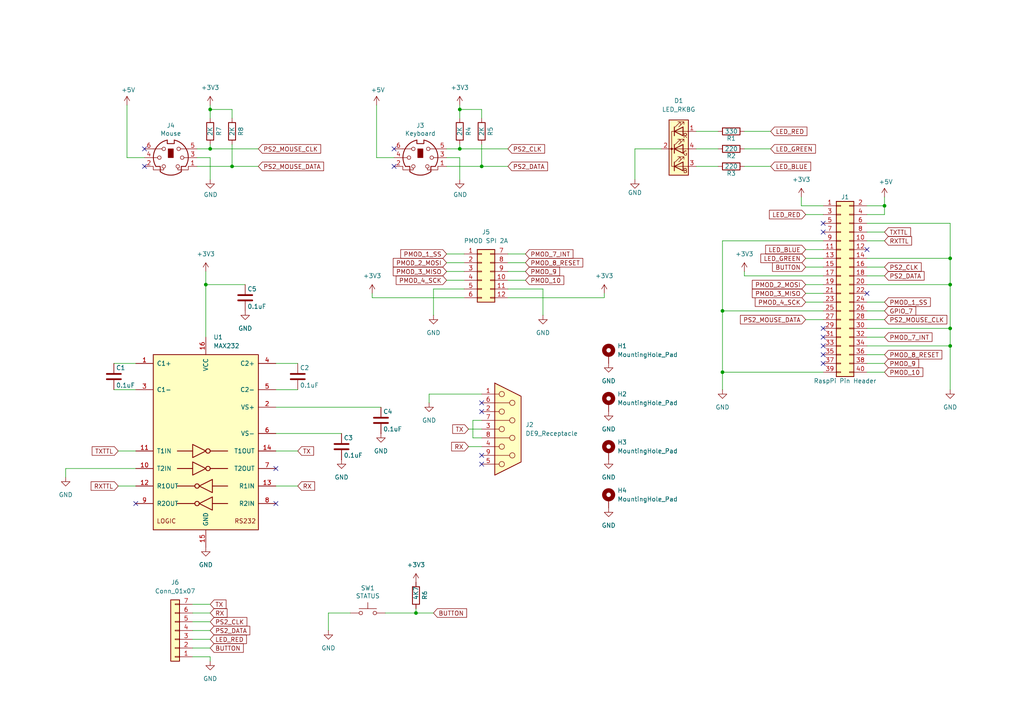
<source format=kicad_sch>
(kicad_sch (version 20250114) (generator "eeschema") (generator_version "9.0")
  (paper "A4")
  (title_block (title "TOS - I/O Board") (date "2025-02-04") (rev "1.1"))
  (lib_symbols
    (symbol "+3V3_3" (power) (pin_names (offset 0))
      (property "Value" "+3V3_3" (at 0 3.556 0))
      (symbol "+3V3_3_0_1"
        (polyline (pts (xy -0.762 1.27) (xy 0 2.54)))
        (polyline (pts (xy 0 2.54) (xy 0.762 1.27)))
        (polyline (pts (xy 0 0) (xy 0 2.54)))
      )
      (symbol "+3V3_3_1_1"
        (pin power_in line (at 0 0 90) (length 0) (hide yes) (name "+3V3") (number "1"))
      )
    )
    (symbol "Connector:DE9_Receptacle" (pin_names (offset 1.016) (hide yes))
      (property "Reference" "J" (at 0 13.97 0))
      (property "Value" "DE9_Receptacle" (at 0 -14.605 0))
      (symbol "DE9_Receptacle_0_1"
        (polyline (pts (xy -3.81 13.335) (xy -3.81 -13.335) (xy 3.81 -9.525) (xy 3.81 9.525) (xy -3.81 13.335)) (stroke (width 0.254)) (fill (type background)))
        (polyline (pts (xy -3.81 10.16) (xy -2.54 10.16)))
        (polyline (pts (xy -3.81 7.62) (xy 0.508 7.62)))
        (polyline (pts (xy -3.81 5.08) (xy -2.54 5.08)))
        (polyline (pts (xy -3.81 2.54) (xy 0.508 2.54)))
        (polyline (pts (xy -3.81 0) (xy -2.54 0)))
        (polyline (pts (xy -3.81 -2.54) (xy 0.508 -2.54)))
        (polyline (pts (xy -3.81 -5.08) (xy -2.54 -5.08)))
        (polyline (pts (xy -3.81 -7.62) (xy 0.508 -7.62)))
        (polyline (pts (xy -3.81 -10.16) (xy -2.54 -10.16)))
        (circle (center -1.778 10.16) (radius 0.762))
        (circle (center -1.778 5.08) (radius 0.762))
        (circle (center -1.778 0) (radius 0.762))
        (circle (center -1.778 -5.08) (radius 0.762))
        (circle (center -1.778 -10.16) (radius 0.762))
        (circle (center 1.27 7.62) (radius 0.762))
        (circle (center 1.27 2.54) (radius 0.762))
        (circle (center 1.27 -2.54) (radius 0.762))
        (circle (center 1.27 -7.62) (radius 0.762))
      )
      (symbol "DE9_Receptacle_1_1"
        (pin passive line (at -7.62 10.16 0) (length 3.81) (name "1") (number "1"))
        (pin passive line (at -7.62 7.62 0) (length 3.81) (name "6") (number "6"))
        (pin passive line (at -7.62 5.08 0) (length 3.81) (name "2") (number "2"))
        (pin passive line (at -7.62 2.54 0) (length 3.81) (name "7") (number "7"))
        (pin passive line (at -7.62 0 0) (length 3.81) (name "3") (number "3"))
        (pin passive line (at -7.62 -2.54 0) (length 3.81) (name "8") (number "8"))
        (pin passive line (at -7.62 -5.08 0) (length 3.81) (name "4") (number "4"))
        (pin passive line (at -7.62 -7.62 0) (length 3.81) (name "9") (number "9"))
        (pin passive line (at -7.62 -10.16 0) (length 3.81) (name "5") (number "5"))
      )
    )
    (symbol "Connector:Mini-DIN-6" (pin_names (offset 1.016))
      (property "Reference" "J" (at 0 6.35 0))
      (property "Value" "Mini-DIN-6" (at 0 -6.35 0))
      (symbol "Mini-DIN-6_0_1"
        (polyline (pts (xy -4.318 -2.54) (xy -3.048 -2.54) (xy -3.048 -4.064)) (stroke (width 0.254)))
        (polyline (pts (xy -3.81 0) (xy -5.08 0)))
        (circle (center -3.302 0) (radius 0.508))
        (polyline (pts (xy -2.54 2.54) (xy -5.08 2.54)))
        (circle (center -2.032 2.54) (radius 0.508))
        (circle (center -2.032 -2.54) (radius 0.508))
        (polyline (pts (xy -2.032 -3.048) (xy -2.032 -3.556) (xy -5.08 -3.556) (xy -5.08 -2.54)))
        (polyline (pts (xy -1.016 5.08) (xy -1.016 4.064) (xy 1.016 4.064) (xy 1.016 5.08)) (stroke (width 0.254)))
        (rectangle (start -0.762 2.54) (end 0.762 0) (fill (type outline)))
        (arc (start 3.048 -4.064) (mid 0 -5.08) (end -3.048 -4.064) (stroke (width 0.254)))
        (arc (start 1.016 5.08) (mid 4.6646 2.1356) (end 4.318 -2.54) (stroke (width 0.254)))
        (arc (start -4.318 -2.54) (mid -4.6241 2.1181) (end -1.016 5.08) (stroke (width 0.254)))
        (circle (center 2.032 -2.54) (radius 0.508))
        (polyline (pts (xy 2.032 -3.048) (xy 2.032 -3.556) (xy 5.08 -3.556) (xy 5.08 -2.54)))
        (circle (center 2.286 2.54) (radius 0.508))
        (polyline (pts (xy 2.794 2.54) (xy 5.08 2.54)))
        (circle (center 3.302 0) (radius 0.508))
        (polyline (pts (xy 4.318 -2.54) (xy 3.048 -2.54) (xy 3.048 -4.064)) (stroke (width 0.254)))
        (polyline (pts (xy 5.08 0) (xy 3.81 0)))
      )
      (symbol "Mini-DIN-6_1_1"
        (pin passive line (at -7.62 2.54 0) (length 2.54) (name "~") (number "6"))
        (pin passive line (at -7.62 0 0) (length 2.54) (name "~") (number "4"))
        (pin passive line (at -7.62 -2.54 0) (length 2.54) (name "~") (number "2"))
        (pin passive line (at 7.62 2.54 180) (length 2.54) (name "~") (number "5"))
        (pin passive line (at 7.62 0 180) (length 2.54) (name "~") (number "3"))
        (pin passive line (at 7.62 -2.54 180) (length 2.54) (name "~") (number "1"))
      )
    )
    (symbol "Connector_Generic:Conn_01x07" (pin_names (offset 1.016) (hide yes))
      (property "Reference" "J" (at 0 10.16 0))
      (property "Value" "Conn_01x07" (at 0 -10.16 0))
      (symbol "Conn_01x07_1_1"
        (rectangle (start -1.27 8.89) (end 1.27 -8.89) (stroke (width 0.254)) (fill (type background)))
        (rectangle (start -1.27 7.747) (end 0 7.493) (stroke (width 0.1524)))
        (rectangle (start -1.27 5.207) (end 0 4.953) (stroke (width 0.1524)))
        (rectangle (start -1.27 2.667) (end 0 2.413) (stroke (width 0.1524)))
        (rectangle (start -1.27 0.127) (end 0 -0.127) (stroke (width 0.1524)))
        (rectangle (start -1.27 -2.413) (end 0 -2.667) (stroke (width 0.1524)))
        (rectangle (start -1.27 -4.953) (end 0 -5.207) (stroke (width 0.1524)))
        (rectangle (start -1.27 -7.493) (end 0 -7.747) (stroke (width 0.1524)))
        (pin passive line (at -5.08 7.62 0) (length 3.81) (name "Pin_1") (number "1"))
        (pin passive line (at -5.08 5.08 0) (length 3.81) (name "Pin_2") (number "2"))
        (pin passive line (at -5.08 2.54 0) (length 3.81) (name "Pin_3") (number "3"))
        (pin passive line (at -5.08 0 0) (length 3.81) (name "Pin_4") (number "4"))
        (pin passive line (at -5.08 -2.54 0) (length 3.81) (name "Pin_5") (number "5"))
        (pin passive line (at -5.08 -5.08 0) (length 3.81) (name "Pin_6") (number "6"))
        (pin passive line (at -5.08 -7.62 0) (length 3.81) (name "Pin_7") (number "7"))
      )
    )
    (symbol "Connector_Generic:Conn_02x06_Top_Bottom" (pin_names (offset 1.016) (hide yes))
      (property "Reference" "J" (at 1.27 7.62 0))
      (property "Value" "Conn_02x06_Top_Bottom" (at 1.27 -10.16 0))
      (symbol "Conn_02x06_Top_Bottom_1_1"
        (rectangle (start -1.27 6.35) (end 3.81 -8.89) (stroke (width 0.254)) (fill (type background)))
        (rectangle (start -1.27 5.207) (end 0 4.953) (stroke (width 0.1524)))
        (rectangle (start -1.27 2.667) (end 0 2.413) (stroke (width 0.1524)))
        (rectangle (start -1.27 0.127) (end 0 -0.127) (stroke (width 0.1524)))
        (rectangle (start -1.27 -2.413) (end 0 -2.667) (stroke (width 0.1524)))
        (rectangle (start -1.27 -4.953) (end 0 -5.207) (stroke (width 0.1524)))
        (rectangle (start -1.27 -7.493) (end 0 -7.747) (stroke (width 0.1524)))
        (rectangle (start 3.81 5.207) (end 2.54 4.953) (stroke (width 0.1524)))
        (rectangle (start 3.81 2.667) (end 2.54 2.413) (stroke (width 0.1524)))
        (rectangle (start 3.81 0.127) (end 2.54 -0.127) (stroke (width 0.1524)))
        (rectangle (start 3.81 -2.413) (end 2.54 -2.667) (stroke (width 0.1524)))
        (rectangle (start 3.81 -4.953) (end 2.54 -5.207) (stroke (width 0.1524)))
        (rectangle (start 3.81 -7.493) (end 2.54 -7.747) (stroke (width 0.1524)))
        (pin passive line (at -5.08 5.08 0) (length 3.81) (name "Pin_1") (number "1"))
        (pin passive line (at -5.08 2.54 0) (length 3.81) (name "Pin_2") (number "2"))
        (pin passive line (at -5.08 0 0) (length 3.81) (name "Pin_3") (number "3"))
        (pin passive line (at -5.08 -2.54 0) (length 3.81) (name "Pin_4") (number "4"))
        (pin passive line (at -5.08 -5.08 0) (length 3.81) (name "Pin_5") (number "5"))
        (pin passive line (at -5.08 -7.62 0) (length 3.81) (name "Pin_6") (number "6"))
        (pin passive line (at 7.62 5.08 180) (length 3.81) (name "Pin_7") (number "7"))
        (pin passive line (at 7.62 2.54 180) (length 3.81) (name "Pin_8") (number "8"))
        (pin passive line (at 7.62 0 180) (length 3.81) (name "Pin_9") (number "9"))
        (pin passive line (at 7.62 -2.54 180) (length 3.81) (name "Pin_10") (number "10"))
        (pin passive line (at 7.62 -5.08 180) (length 3.81) (name "Pin_11") (number "11"))
        (pin passive line (at 7.62 -7.62 180) (length 3.81) (name "Pin_12") (number "12"))
      )
    )
    (symbol "Connector_Generic:Conn_02x20_Odd_Even" (pin_names (offset 1.016) (hide yes))
      (property "Reference" "J" (at 1.27 25.4 0))
      (property "Value" "Conn_02x20_Odd_Even" (at 1.27 -27.94 0))
      (symbol "Conn_02x20_Odd_Even_1_1"
        (rectangle (start -1.27 24.13) (end 3.81 -26.67) (stroke (width 0.254)) (fill (type background)))
        (rectangle (start -1.27 22.987) (end 0 22.733) (stroke (width 0.1524)))
        (rectangle (start -1.27 20.447) (end 0 20.193) (stroke (width 0.1524)))
        (rectangle (start -1.27 17.907) (end 0 17.653) (stroke (width 0.1524)))
        (rectangle (start -1.27 15.367) (end 0 15.113) (stroke (width 0.1524)))
        (rectangle (start -1.27 12.827) (end 0 12.573) (stroke (width 0.1524)))
        (rectangle (start -1.27 10.287) (end 0 10.033) (stroke (width 0.1524)))
        (rectangle (start -1.27 7.747) (end 0 7.493) (stroke (width 0.1524)))
        (rectangle (start -1.27 5.207) (end 0 4.953) (stroke (width 0.1524)))
        (rectangle (start -1.27 2.667) (end 0 2.413) (stroke (width 0.1524)))
        (rectangle (start -1.27 0.127) (end 0 -0.127) (stroke (width 0.1524)))
        (rectangle (start -1.27 -2.413) (end 0 -2.667) (stroke (width 0.1524)))
        (rectangle (start -1.27 -4.953) (end 0 -5.207) (stroke (width 0.1524)))
        (rectangle (start -1.27 -7.493) (end 0 -7.747) (stroke (width 0.1524)))
        (rectangle (start -1.27 -10.033) (end 0 -10.287) (stroke (width 0.1524)))
        (rectangle (start -1.27 -12.573) (end 0 -12.827) (stroke (width 0.1524)))
        (rectangle (start -1.27 -15.113) (end 0 -15.367) (stroke (width 0.1524)))
        (rectangle (start -1.27 -17.653) (end 0 -17.907) (stroke (width 0.1524)))
        (rectangle (start -1.27 -20.193) (end 0 -20.447) (stroke (width 0.1524)))
        (rectangle (start -1.27 -22.733) (end 0 -22.987) (stroke (width 0.1524)))
        (rectangle (start -1.27 -25.273) (end 0 -25.527) (stroke (width 0.1524)))
        (rectangle (start 3.81 22.987) (end 2.54 22.733) (stroke (width 0.1524)))
        (rectangle (start 3.81 20.447) (end 2.54 20.193) (stroke (width 0.1524)))
        (rectangle (start 3.81 17.907) (end 2.54 17.653) (stroke (width 0.1524)))
        (rectangle (start 3.81 15.367) (end 2.54 15.113) (stroke (width 0.1524)))
        (rectangle (start 3.81 12.827) (end 2.54 12.573) (stroke (width 0.1524)))
        (rectangle (start 3.81 10.287) (end 2.54 10.033) (stroke (width 0.1524)))
        (rectangle (start 3.81 7.747) (end 2.54 7.493) (stroke (width 0.1524)))
        (rectangle (start 3.81 5.207) (end 2.54 4.953) (stroke (width 0.1524)))
        (rectangle (start 3.81 2.667) (end 2.54 2.413) (stroke (width 0.1524)))
        (rectangle (start 3.81 0.127) (end 2.54 -0.127) (stroke (width 0.1524)))
        (rectangle (start 3.81 -2.413) (end 2.54 -2.667) (stroke (width 0.1524)))
        (rectangle (start 3.81 -4.953) (end 2.54 -5.207) (stroke (width 0.1524)))
        (rectangle (start 3.81 -7.493) (end 2.54 -7.747) (stroke (width 0.1524)))
        (rectangle (start 3.81 -10.033) (end 2.54 -10.287) (stroke (width 0.1524)))
        (rectangle (start 3.81 -12.573) (end 2.54 -12.827) (stroke (width 0.1524)))
        (rectangle (start 3.81 -15.113) (end 2.54 -15.367) (stroke (width 0.1524)))
        (rectangle (start 3.81 -17.653) (end 2.54 -17.907) (stroke (width 0.1524)))
        (rectangle (start 3.81 -20.193) (end 2.54 -20.447) (stroke (width 0.1524)))
        (rectangle (start 3.81 -22.733) (end 2.54 -22.987) (stroke (width 0.1524)))
        (rectangle (start 3.81 -25.273) (end 2.54 -25.527) (stroke (width 0.1524)))
        (pin passive line (at -5.08 22.86 0) (length 3.81) (name "Pin_1") (number "1"))
        (pin passive line (at -5.08 20.32 0) (length 3.81) (name "Pin_3") (number "3"))
        (pin passive line (at -5.08 17.78 0) (length 3.81) (name "Pin_5") (number "5"))
        (pin passive line (at -5.08 15.24 0) (length 3.81) (name "Pin_7") (number "7"))
        (pin passive line (at -5.08 12.7 0) (length 3.81) (name "Pin_9") (number "9"))
        (pin passive line (at -5.08 10.16 0) (length 3.81) (name "Pin_11") (number "11"))
        (pin passive line (at -5.08 7.62 0) (length 3.81) (name "Pin_13") (number "13"))
        (pin passive line (at -5.08 5.08 0) (length 3.81) (name "Pin_15") (number "15"))
        (pin passive line (at -5.08 2.54 0) (length 3.81) (name "Pin_17") (number "17"))
        (pin passive line (at -5.08 0 0) (length 3.81) (name "Pin_19") (number "19"))
        (pin passive line (at -5.08 -2.54 0) (length 3.81) (name "Pin_21") (number "21"))
        (pin passive line (at -5.08 -5.08 0) (length 3.81) (name "Pin_23") (number "23"))
        (pin passive line (at -5.08 -7.62 0) (length 3.81) (name "Pin_25") (number "25"))
        (pin passive line (at -5.08 -10.16 0) (length 3.81) (name "Pin_27") (number "27"))
        (pin passive line (at -5.08 -12.7 0) (length 3.81) (name "Pin_29") (number "29"))
        (pin passive line (at -5.08 -15.24 0) (length 3.81) (name "Pin_31") (number "31"))
        (pin passive line (at -5.08 -17.78 0) (length 3.81) (name "Pin_33") (number "33"))
        (pin passive line (at -5.08 -20.32 0) (length 3.81) (name "Pin_35") (number "35"))
        (pin passive line (at -5.08 -22.86 0) (length 3.81) (name "Pin_37") (number "37"))
        (pin passive line (at -5.08 -25.4 0) (length 3.81) (name "Pin_39") (number "39"))
        (pin passive line (at 7.62 22.86 180) (length 3.81) (name "Pin_2") (number "2"))
        (pin passive line (at 7.62 20.32 180) (length 3.81) (name "Pin_4") (number "4"))
        (pin passive line (at 7.62 17.78 180) (length 3.81) (name "Pin_6") (number "6"))
        (pin passive line (at 7.62 15.24 180) (length 3.81) (name "Pin_8") (number "8"))
        (pin passive line (at 7.62 12.7 180) (length 3.81) (name "Pin_10") (number "10"))
        (pin passive line (at 7.62 10.16 180) (length 3.81) (name "Pin_12") (number "12"))
        (pin passive line (at 7.62 7.62 180) (length 3.81) (name "Pin_14") (number "14"))
        (pin passive line (at 7.62 5.08 180) (length 3.81) (name "Pin_16") (number "16"))
        (pin passive line (at 7.62 2.54 180) (length 3.81) (name "Pin_18") (number "18"))
        (pin passive line (at 7.62 0 180) (length 3.81) (name "Pin_20") (number "20"))
        (pin passive line (at 7.62 -2.54 180) (length 3.81) (name "Pin_22") (number "22"))
        (pin passive line (at 7.62 -5.08 180) (length 3.81) (name "Pin_24") (number "24"))
        (pin passive line (at 7.62 -7.62 180) (length 3.81) (name "Pin_26") (number "26"))
        (pin passive line (at 7.62 -10.16 180) (length 3.81) (name "Pin_28") (number "28"))
        (pin passive line (at 7.62 -12.7 180) (length 3.81) (name "Pin_30") (number "30"))
        (pin passive line (at 7.62 -15.24 180) (length 3.81) (name "Pin_32") (number "32"))
        (pin passive line (at 7.62 -17.78 180) (length 3.81) (name "Pin_34") (number "34"))
        (pin passive line (at 7.62 -20.32 180) (length 3.81) (name "Pin_36") (number "36"))
        (pin passive line (at 7.62 -22.86 180) (length 3.81) (name "Pin_38") (number "38"))
        (pin passive line (at 7.62 -25.4 180) (length 3.81) (name "Pin_40") (number "40"))
      )
    )
    (symbol "Device:C" (pin_numbers (hide yes)) (pin_names (offset 0.254))
      (property "Reference" "C" (at 0.635 2.54 0))
      (property "Value" "C" (at 0.635 -2.54 0))
      (symbol "C_0_1"
        (polyline (pts (xy -2.032 0.762) (xy 2.032 0.762)) (stroke (width 0.508)))
        (polyline (pts (xy -2.032 -0.762) (xy 2.032 -0.762)) (stroke (width 0.508)))
      )
      (symbol "C_1_1"
        (pin passive line (at 0 3.81 270) (length 2.794) (name "~") (number "1"))
        (pin passive line (at 0 -3.81 90) (length 2.794) (name "~") (number "2"))
      )
    )
    (symbol "Device:LED_RKBG" (pin_names (offset 0) (hide yes))
      (property "Reference" "D" (at 0 9.398 0))
      (property "Value" "LED_RKBG" (at 0 -8.89 0))
      (symbol "LED_RKBG_0_0"
        (text "R" (at 1.905 3.81 0) (effects (font (size 1.27 1.27))))
        (text "G" (at 1.905 -1.27 0) (effects (font (size 1.27 1.27))))
        (text "B" (at 1.905 -6.35 0) (effects (font (size 1.27 1.27))))
      )
      (symbol "LED_RKBG_0_1"
        (circle (center -2.032 0) (radius 0.254) (fill (type outline)))
        (polyline (pts (xy -1.27 6.35) (xy -1.27 3.81)) (stroke (width 0.254)))
        (polyline (pts (xy -1.27 6.35) (xy -1.27 3.81) (xy -1.27 3.81)))
        (polyline (pts (xy -1.27 5.08) (xy 1.27 5.08)))
        (polyline (pts (xy -1.27 5.08) (xy -2.032 5.08) (xy -2.032 -5.08) (xy -1.016 -5.08)))
        (polyline (pts (xy -1.27 1.27) (xy -1.27 -1.27)) (stroke (width 0.254)))
        (polyline (pts (xy -1.27 1.27) (xy -1.27 -1.27) (xy -1.27 -1.27)))
        (polyline (pts (xy -1.27 0) (xy -2.54 0)))
        (polyline (pts (xy -1.27 -3.81) (xy -1.27 -6.35)) (stroke (width 0.254)))
        (polyline (pts (xy -1.27 -5.08) (xy 1.27 -5.08)))
        (polyline (pts (xy -1.016 6.35) (xy 0.508 7.874) (xy -0.254 7.874) (xy 0.508 7.874) (xy 0.508 7.112)))
        (polyline (pts (xy -1.016 1.27) (xy 0.508 2.794) (xy -0.254 2.794) (xy 0.508 2.794) (xy 0.508 2.032)))
        (polyline (pts (xy -1.016 -3.81) (xy 0.508 -2.286) (xy -0.254 -2.286) (xy 0.508 -2.286) (xy 0.508 -3.048)))
        (polyline (pts (xy 0 6.35) (xy 1.524 7.874) (xy 0.762 7.874) (xy 1.524 7.874) (xy 1.524 7.112)))
        (polyline (pts (xy 0 1.27) (xy 1.524 2.794) (xy 0.762 2.794) (xy 1.524 2.794) (xy 1.524 2.032)))
        (polyline (pts (xy 0 -3.81) (xy 1.524 -2.286) (xy 0.762 -2.286) (xy 1.524 -2.286) (xy 1.524 -3.048)))
        (polyline (pts (xy 1.27 6.35) (xy 1.27 3.81) (xy -1.27 5.08) (xy 1.27 6.35)) (stroke (width 0.254)))
        (rectangle (start 1.27 6.35) (end 1.27 6.35))
        (polyline (pts (xy 1.27 5.08) (xy 2.54 5.08)))
        (rectangle (start 1.27 3.81) (end 1.27 6.35))
        (polyline (pts (xy 1.27 1.27) (xy 1.27 -1.27) (xy -1.27 0) (xy 1.27 1.27)) (stroke (width 0.254)))
        (rectangle (start 1.27 1.27) (end 1.27 1.27))
        (polyline (pts (xy 1.27 0) (xy -1.27 0)))
        (polyline (pts (xy 1.27 0) (xy 2.54 0)))
        (rectangle (start 1.27 -1.27) (end 1.27 1.27))
        (polyline (pts (xy 1.27 -3.81) (xy 1.27 -6.35) (xy -1.27 -5.08) (xy 1.27 -3.81)) (stroke (width 0.254)))
        (polyline (pts (xy 1.27 -5.08) (xy 2.54 -5.08)))
        (rectangle (start 2.794 8.382) (end -2.794 -7.62) (stroke (width 0.254)) (fill (type background)))
      )
      (symbol "LED_RKBG_1_1"
        (pin passive line (at -5.08 0 0) (length 2.54) (name "K") (number "2"))
        (pin passive line (at 5.08 5.08 180) (length 2.54) (name "RA") (number "1"))
        (pin passive line (at 5.08 0 180) (length 2.54) (name "GA") (number "4"))
        (pin passive line (at 5.08 -5.08 180) (length 2.54) (name "BA") (number "3"))
      )
    )
    (symbol "Device:R" (pin_numbers (hide yes)) (pin_names (offset 0))
      (property "Reference" "R" (at 2.032 0 90))
      (property "Value" "R" (at 0 0 90))
      (symbol "R_0_1"
        (rectangle (start -1.016 -2.54) (end 1.016 2.54) (stroke (width 0.254)))
      )
      (symbol "R_1_1"
        (pin passive line (at 0 3.81 270) (length 1.27) (name "~") (number "1"))
        (pin passive line (at 0 -3.81 90) (length 1.27) (name "~") (number "2"))
      )
    )
    (symbol "GND_1" (power) (pin_numbers (hide yes)) (pin_names (offset 0) (hide yes))
      (property "Value" "GND" (at 0 -3.81 0))
      (symbol "GND_1_0_1"
        (polyline (pts (xy 0 0) (xy 0 -1.27) (xy 1.27 -1.27) (xy 0 -2.54) (xy -1.27 -1.27) (xy 0 -1.27)))
      )
      (symbol "GND_1_1_1"
        (pin power_in line (at 0 0 270) (length 0) (name "~") (number "1"))
      )
    )
    (symbol "GND_2" (power) (pin_numbers (hide yes)) (pin_names (offset 0) (hide yes))
      (property "Value" "GND" (at 0 -3.81 0))
      (symbol "GND_2_0_1"
        (polyline (pts (xy 0 0) (xy 0 -1.27) (xy 1.27 -1.27) (xy 0 -2.54) (xy -1.27 -1.27) (xy 0 -1.27)))
      )
      (symbol "GND_2_1_1"
        (pin power_in line (at 0 0 270) (length 0) (name "~") (number "1"))
      )
    )
    (symbol "GND_3" (power) (pin_numbers (hide yes)) (pin_names (offset 0) (hide yes))
      (property "Value" "GND" (at 0 -3.81 0))
      (symbol "GND_3_0_1"
        (polyline (pts (xy 0 0) (xy 0 -1.27) (xy 1.27 -1.27) (xy 0 -2.54) (xy -1.27 -1.27) (xy 0 -1.27)))
      )
      (symbol "GND_3_1_1"
        (pin power_in line (at 0 0 270) (length 0) (name "~") (number "1"))
      )
    )
    (symbol "GND_4" (power) (pin_numbers (hide yes)) (pin_names (offset 0) (hide yes))
      (property "Value" "GND" (at 0 -3.81 0))
      (symbol "GND_4_0_1"
        (polyline (pts (xy 0 0) (xy 0 -1.27) (xy 1.27 -1.27) (xy 0 -2.54) (xy -1.27 -1.27) (xy 0 -1.27)))
      )
      (symbol "GND_4_1_1"
        (pin power_in line (at 0 0 270) (length 0) (name "~") (number "1"))
      )
    )
    (symbol "GND_5" (power) (pin_numbers (hide yes)) (pin_names (offset 0) (hide yes))
      (property "Value" "GND" (at 0 -3.81 0))
      (symbol "GND_5_0_1"
        (polyline (pts (xy 0 0) (xy 0 -1.27) (xy 1.27 -1.27) (xy 0 -2.54) (xy -1.27 -1.27) (xy 0 -1.27)))
      )
      (symbol "GND_5_1_1"
        (pin power_in line (at 0 0 270) (length 0) (name "~") (number "1"))
      )
    )
    (symbol "GND_6" (power) (pin_numbers (hide yes)) (pin_names (offset 0) (hide yes))
      (property "Value" "GND" (at 0 -3.81 0))
      (symbol "GND_6_0_1"
        (polyline (pts (xy 0 0) (xy 0 -1.27) (xy 1.27 -1.27) (xy 0 -2.54) (xy -1.27 -1.27) (xy 0 -1.27)))
      )
      (symbol "GND_6_1_1"
        (pin power_in line (at 0 0 270) (length 0) (name "~") (number "1"))
      )
    )
    (symbol "GND_7" (power) (pin_numbers (hide yes)) (pin_names (offset 0) (hide yes))
      (property "Value" "GND" (at 0 -3.81 0))
      (symbol "GND_7_0_1"
        (polyline (pts (xy 0 0) (xy 0 -1.27) (xy 1.27 -1.27) (xy 0 -2.54) (xy -1.27 -1.27) (xy 0 -1.27)))
      )
      (symbol "GND_7_1_1"
        (pin power_in line (at 0 0 270) (length 0) (name "~") (number "1"))
      )
    )
    (symbol "Interface_UART:MAX232" (pin_names (offset 1.016))
      (property "Reference" "U" (at -2.54 28.575 0))
      (property "Value" "MAX232" (at -2.54 26.67 0))
      (symbol "MAX232_0_0"
        (text "LOGIC" (at -11.43 -22.86 0) (effects (font (size 1.27 1.27))))
        (text "RS232" (at 11.43 -22.86 0) (effects (font (size 1.27 1.27))))
      )
      (symbol "MAX232_0_1"
        (rectangle (start -15.24 -25.4) (end 15.24 25.4) (stroke (width 0.254)) (fill (type background)))
        (polyline (pts (xy -3.81 -0.635) (xy -3.81 -4.445) (xy 0 -2.54) (xy -3.81 -0.635)) (stroke (width 0.254)))
        (polyline (pts (xy -3.81 -2.54) (xy -8.255 -2.54)) (stroke (width 0.254)))
        (polyline (pts (xy -3.81 -5.715) (xy -3.81 -9.525) (xy 0 -7.62) (xy -3.81 -5.715)) (stroke (width 0.254)))
        (polyline (pts (xy -3.81 -7.62) (xy -8.255 -7.62)) (stroke (width 0.254)))
        (polyline (pts (xy -3.175 -12.7) (xy -8.255 -12.7)) (stroke (width 0.254)))
        (polyline (pts (xy -3.175 -17.78) (xy -8.255 -17.78)) (stroke (width 0.254)))
        (circle (center -2.54 -12.7) (radius 0.635) (stroke (width 0.254)))
        (circle (center -2.54 -17.78) (radius 0.635) (stroke (width 0.254)))
        (circle (center 0.635 -2.54) (radius 0.635) (stroke (width 0.254)))
        (circle (center 0.635 -7.62) (radius 0.635) (stroke (width 0.254)))
        (polyline (pts (xy 1.27 -2.54) (xy 6.35 -2.54)) (stroke (width 0.254)))
        (polyline (pts (xy 1.27 -7.62) (xy 6.35 -7.62)) (stroke (width 0.254)))
        (polyline (pts (xy 1.905 -10.795) (xy 1.905 -14.605) (xy -1.905 -12.7) (xy 1.905 -10.795)) (stroke (width 0.254)))
        (polyline (pts (xy 1.905 -12.7) (xy 6.35 -12.7)) (stroke (width 0.254)))
        (polyline (pts (xy 1.905 -15.875) (xy 1.905 -19.685) (xy -1.905 -17.78) (xy 1.905 -15.875)) (stroke (width 0.254)))
        (polyline (pts (xy 1.905 -17.78) (xy 6.35 -17.78)) (stroke (width 0.254)))
      )
      (symbol "MAX232_1_1"
        (pin passive line (at -20.32 22.86 0) (length 5.08) (name "C1+") (number "1"))
        (pin passive line (at -20.32 15.24 0) (length 5.08) (name "C1-") (number "3"))
        (pin input line (at -20.32 -2.54 0) (length 5.08) (name "T1IN") (number "11"))
        (pin input line (at -20.32 -7.62 0) (length 5.08) (name "T2IN") (number "10"))
        (pin output line (at -20.32 -12.7 0) (length 5.08) (name "R1OUT") (number "12"))
        (pin output line (at -20.32 -17.78 0) (length 5.08) (name "R2OUT") (number "9"))
        (pin power_in line (at 0 30.48 270) (length 5.08) (name "VCC") (number "16"))
        (pin power_in line (at 0 -30.48 90) (length 5.08) (name "GND") (number "15"))
        (pin passive line (at 20.32 22.86 180) (length 5.08) (name "C2+") (number "4"))
        (pin passive line (at 20.32 15.24 180) (length 5.08) (name "C2-") (number "5"))
        (pin power_out line (at 20.32 10.16 180) (length 5.08) (name "VS+") (number "2"))
        (pin power_out line (at 20.32 2.54 180) (length 5.08) (name "VS-") (number "6"))
        (pin output line (at 20.32 -2.54 180) (length 5.08) (name "T1OUT") (number "14"))
        (pin output line (at 20.32 -7.62 180) (length 5.08) (name "T2OUT") (number "7"))
        (pin input line (at 20.32 -12.7 180) (length 5.08) (name "R1IN") (number "13"))
        (pin input line (at 20.32 -17.78 180) (length 5.08) (name "R2IN") (number "8"))
      )
    )
    (symbol "Mechanical:MountingHole_Pad" (pin_numbers (hide yes)) (pin_names (offset 1.016) (hide yes))
      (property "Reference" "H" (at 0 6.35 0))
      (property "Value" "MountingHole_Pad" (at 0 4.445 0))
      (symbol "MountingHole_Pad_0_1"
        (circle (center 0 1.27) (radius 1.27) (stroke (width 1.27)))
      )
      (symbol "MountingHole_Pad_1_1"
        (pin input line (at 0 -2.54 90) (length 2.54) (name "1") (number "1"))
      )
    )
    (symbol "Switch:SW_Push" (pin_numbers (hide yes)) (pin_names (offset 1.016) (hide yes))
      (property "Reference" "SW" (at 1.27 2.54 0))
      (property "Value" "SW_Push" (at 0 -1.524 0))
      (symbol "SW_Push_0_1"
        (circle (center -2.032 0) (radius 0.508))
        (polyline (pts (xy 0 1.27) (xy 0 3.048)))
        (circle (center 2.032 0) (radius 0.508))
        (polyline (pts (xy 2.54 1.27) (xy -2.54 1.27)))
        (pin passive line (at -5.08 0 0) (length 2.54) (name "1") (number "1"))
        (pin passive line (at 5.08 0 180) (length 2.54) (name "2") (number "2"))
      )
    )
    (symbol "power:+3V3" (power) (pin_numbers (hide yes)) (pin_names (offset 0) (hide yes))
      (property "Value" "+3V3" (at 0 3.556 0))
      (symbol "+3V3_0_1"
        (polyline (pts (xy -0.762 1.27) (xy 0 2.54)))
        (polyline (pts (xy 0 2.54) (xy 0.762 1.27)))
        (polyline (pts (xy 0 0) (xy 0 2.54)))
      )
      (symbol "+3V3_1_1"
        (pin power_in line (at 0 0 90) (length 0) (name "~") (number "1"))
      )
    )
    (symbol "power:+5V" (power) (pin_names (offset 0))
      (property "Value" "+5V" (at 0 3.556 0))
      (symbol "+5V_0_1"
        (polyline (pts (xy -0.762 1.27) (xy 0 2.54)))
        (polyline (pts (xy 0 2.54) (xy 0.762 1.27)))
        (polyline (pts (xy 0 0) (xy 0 2.54)))
      )
      (symbol "+5V_1_1"
        (pin power_in line (at 0 0 90) (length 0) (hide yes) (name "+5V") (number "1"))
      )
    )
    (symbol "power:GND" (power) (pin_names (offset 0))
      (property "Value" "GND" (at 0 -3.81 0))
      (symbol "GND_0_1"
        (polyline (pts (xy 0 0) (xy 0 -1.27) (xy 1.27 -1.27) (xy 0 -2.54) (xy -1.27 -1.27) (xy 0 -1.27)))
      )
      (symbol "GND_1_1"
        (pin power_in line (at 0 0 270) (length 0) (hide yes) (name "GND") (number "1"))
      )
    )
  )
  (junction (at 209.55 90.17))
  (junction (at 133.35 43.18))
  (junction (at 133.35 31.75))
  (junction (at 67.31 48.26))
  (junction (at 209.55 107.95))
  (junction (at 275.59 100.33))
  (junction (at 139.7 48.26))
  (junction (at 120.65 177.8))
  (junction (at 60.96 31.75))
  (junction (at 275.59 74.93))
  (junction (at 59.69 82.55))
  (junction (at 60.96 43.18))
  (junction (at 275.59 82.55))
  (junction (at 275.59 95.25))
  (junction (at 256.54 59.69))
  (no_connect (at 238.76 64.77))
  (no_connect (at 238.76 102.87))
  (no_connect (at 41.91 48.26))
  (no_connect (at 39.37 146.05))
  (no_connect (at 238.76 95.25))
  (no_connect (at 41.91 43.18))
  (no_connect (at 238.76 105.41))
  (no_connect (at 139.7 116.84))
  (no_connect (at 80.01 135.89))
  (no_connect (at 114.3 43.18))
  (no_connect (at 139.7 119.38))
  (no_connect (at 139.7 134.62))
  (no_connect (at 251.46 72.39))
  (no_connect (at 238.76 67.31))
  (no_connect (at 80.01 146.05))
  (no_connect (at 238.76 100.33))
  (no_connect (at 238.76 97.79))
  (no_connect (at 251.46 85.09))
  (no_connect (at 114.3 48.26))
  (no_connect (at 139.7 132.08))
  (wire (pts (xy 36.83 30.48) (xy 36.83 45.72)))
  (wire (pts (xy 251.46 69.85) (xy 256.54 69.85)))
  (wire (pts (xy 251.46 87.63) (xy 256.54 87.63)))
  (wire (pts (xy 109.22 45.72) (xy 114.3 45.72)))
  (wire (pts (xy 59.69 82.55) (xy 59.69 97.79)))
  (wire (pts (xy 57.15 43.18) (xy 60.96 43.18)))
  (wire (pts (xy 55.88 185.42) (xy 60.96 185.42)))
  (wire (pts (xy 135.89 124.46) (xy 139.7 124.46)))
  (wire (pts (xy 129.54 45.72) (xy 133.35 45.72)))
  (wire (pts (xy 120.65 177.8) (xy 125.73 177.8)))
  (wire (pts (xy 139.7 114.3) (xy 124.46 114.3)))
  (wire (pts (xy 109.22 30.48) (xy 109.22 45.72)))
  (wire (pts (xy 107.95 86.36) (xy 107.95 85.09)))
  (wire (pts (xy 134.62 83.82) (xy 125.73 83.82)))
  (wire (pts (xy 147.32 78.74) (xy 152.4 78.74)))
  (wire (pts (xy 147.32 86.36) (xy 175.26 86.36)))
  (wire (pts (xy 157.48 83.82) (xy 157.48 91.44)))
  (wire (pts (xy 147.32 76.2) (xy 152.4 76.2)))
  (wire (pts (xy 60.96 43.18) (xy 60.96 41.91)))
  (wire (pts (xy 39.37 135.89) (xy 19.05 135.89)))
  (wire (pts (xy 80.01 125.73) (xy 99.06 125.73)))
  (wire (pts (xy 55.88 175.26) (xy 60.96 175.26)))
  (wire (pts (xy 251.46 82.55) (xy 275.59 82.55)))
  (wire (pts (xy 147.32 83.82) (xy 157.48 83.82)))
  (wire (pts (xy 55.88 182.88) (xy 60.96 182.88)))
  (wire (pts (xy 129.54 43.18) (xy 133.35 43.18)))
  (wire (pts (xy 60.96 31.75) (xy 60.96 34.29)))
  (wire (pts (xy 33.02 113.03) (xy 39.37 113.03)))
  (wire (pts (xy 233.68 74.93) (xy 238.76 74.93)))
  (wire (pts (xy 184.15 43.18) (xy 191.77 43.18)))
  (wire (pts (xy 60.96 45.72) (xy 60.96 52.07)))
  (wire (pts (xy 101.6 177.8) (xy 95.25 177.8)))
  (wire (pts (xy 19.05 135.89) (xy 19.05 138.43)))
  (wire (pts (xy 215.9 80.01) (xy 215.9 78.74)))
  (wire (pts (xy 251.46 67.31) (xy 256.54 67.31)))
  (wire (pts (xy 33.02 105.41) (xy 39.37 105.41)))
  (wire (pts (xy 133.35 43.18) (xy 133.35 41.91)))
  (wire (pts (xy 238.76 80.01) (xy 215.9 80.01)))
  (wire (pts (xy 55.88 187.96) (xy 60.96 187.96)))
  (wire (pts (xy 139.7 48.26) (xy 139.7 41.91)))
  (wire (pts (xy 129.54 81.28) (xy 134.62 81.28)))
  (wire (pts (xy 215.9 38.1) (xy 223.52 38.1)))
  (wire (pts (xy 129.54 76.2) (xy 134.62 76.2)))
  (wire (pts (xy 67.31 48.26) (xy 74.93 48.26)))
  (wire (pts (xy 133.35 30.48) (xy 133.35 31.75)))
  (wire (pts (xy 233.68 82.55) (xy 238.76 82.55)))
  (wire (pts (xy 251.46 90.17) (xy 256.54 90.17)))
  (wire (pts (xy 251.46 62.23) (xy 256.54 62.23)))
  (wire (pts (xy 251.46 64.77) (xy 275.59 64.77)))
  (wire (pts (xy 137.16 121.92) (xy 137.16 127)))
  (wire (pts (xy 59.69 78.74) (xy 59.69 82.55)))
  (wire (pts (xy 251.46 74.93) (xy 275.59 74.93)))
  (wire (pts (xy 209.55 69.85) (xy 209.55 90.17)))
  (wire (pts (xy 80.01 130.81) (xy 86.36 130.81)))
  (wire (pts (xy 34.29 140.97) (xy 39.37 140.97)))
  (wire (pts (xy 209.55 90.17) (xy 209.55 107.95)))
  (wire (pts (xy 34.29 130.81) (xy 39.37 130.81)))
  (wire (pts (xy 275.59 64.77) (xy 275.59 74.93)))
  (wire (pts (xy 55.88 177.8) (xy 60.96 177.8)))
  (wire (pts (xy 95.25 177.8) (xy 95.25 182.88)))
  (wire (pts (xy 233.68 72.39) (xy 238.76 72.39)))
  (wire (pts (xy 251.46 97.79) (xy 256.54 97.79)))
  (wire (pts (xy 251.46 80.01) (xy 256.54 80.01)))
  (wire (pts (xy 67.31 48.26) (xy 67.31 41.91)))
  (wire (pts (xy 201.93 43.18) (xy 208.28 43.18)))
  (wire (pts (xy 60.96 190.5) (xy 60.96 191.77)))
  (wire (pts (xy 107.95 86.36) (xy 134.62 86.36)))
  (wire (pts (xy 139.7 48.26) (xy 147.32 48.26)))
  (wire (pts (xy 59.69 82.55) (xy 71.12 82.55)))
  (wire (pts (xy 80.01 113.03) (xy 86.36 113.03)))
  (wire (pts (xy 129.54 78.74) (xy 134.62 78.74)))
  (wire (pts (xy 80.01 105.41) (xy 86.36 105.41)))
  (wire (pts (xy 129.54 48.26) (xy 139.7 48.26)))
  (wire (pts (xy 201.93 48.26) (xy 208.28 48.26)))
  (wire (pts (xy 201.93 38.1) (xy 208.28 38.1)))
  (wire (pts (xy 209.55 107.95) (xy 209.55 113.03)))
  (wire (pts (xy 67.31 31.75) (xy 60.96 31.75)))
  (wire (pts (xy 238.76 107.95) (xy 209.55 107.95)))
  (wire (pts (xy 275.59 95.25) (xy 275.59 100.33)))
  (wire (pts (xy 133.35 31.75) (xy 133.35 34.29)))
  (wire (pts (xy 139.7 121.92) (xy 137.16 121.92)))
  (wire (pts (xy 233.68 92.71) (xy 238.76 92.71)))
  (wire (pts (xy 80.01 140.97) (xy 86.36 140.97)))
  (wire (pts (xy 57.15 45.72) (xy 60.96 45.72)))
  (wire (pts (xy 55.88 190.5) (xy 60.96 190.5)))
  (wire (pts (xy 147.32 43.18) (xy 133.35 43.18)))
  (wire (pts (xy 233.68 62.23) (xy 238.76 62.23)))
  (wire (pts (xy 238.76 90.17) (xy 209.55 90.17)))
  (wire (pts (xy 139.7 34.29) (xy 139.7 31.75)))
  (wire (pts (xy 55.88 180.34) (xy 60.96 180.34)))
  (wire (pts (xy 215.9 43.18) (xy 223.52 43.18)))
  (wire (pts (xy 184.15 52.07) (xy 184.15 43.18)))
  (wire (pts (xy 251.46 92.71) (xy 256.54 92.71)))
  (wire (pts (xy 67.31 34.29) (xy 67.31 31.75)))
  (wire (pts (xy 233.68 85.09) (xy 238.76 85.09)))
  (wire (pts (xy 120.65 176.53) (xy 120.65 177.8)))
  (wire (pts (xy 36.83 45.72) (xy 41.91 45.72)))
  (wire (pts (xy 60.96 30.48) (xy 60.96 31.75)))
  (wire (pts (xy 275.59 82.55) (xy 275.59 95.25)))
  (wire (pts (xy 238.76 59.69) (xy 232.41 59.69)))
  (wire (pts (xy 57.15 48.26) (xy 67.31 48.26)))
  (wire (pts (xy 175.26 86.36) (xy 175.26 85.09)))
  (wire (pts (xy 147.32 81.28) (xy 152.4 81.28)))
  (wire (pts (xy 256.54 62.23) (xy 256.54 59.69)))
  (wire (pts (xy 232.41 59.69) (xy 232.41 57.15)))
  (wire (pts (xy 147.32 73.66) (xy 152.4 73.66)))
  (wire (pts (xy 251.46 100.33) (xy 275.59 100.33)))
  (wire (pts (xy 233.68 77.47) (xy 238.76 77.47)))
  (wire (pts (xy 137.16 127) (xy 139.7 127)))
  (wire (pts (xy 251.46 102.87) (xy 256.54 102.87)))
  (wire (pts (xy 124.46 114.3) (xy 124.46 116.84)))
  (wire (pts (xy 133.35 45.72) (xy 133.35 52.07)))
  (wire (pts (xy 251.46 105.41) (xy 256.54 105.41)))
  (wire (pts (xy 251.46 77.47) (xy 256.54 77.47)))
  (wire (pts (xy 125.73 83.82) (xy 125.73 91.44)))
  (wire (pts (xy 251.46 59.69) (xy 256.54 59.69)))
  (wire (pts (xy 233.68 87.63) (xy 238.76 87.63)))
  (wire (pts (xy 275.59 100.33) (xy 275.59 113.03)))
  (wire (pts (xy 251.46 107.95) (xy 256.54 107.95)))
  (wire (pts (xy 135.89 129.54) (xy 139.7 129.54)))
  (wire (pts (xy 275.59 74.93) (xy 275.59 82.55)))
  (wire (pts (xy 74.93 43.18) (xy 60.96 43.18)))
  (wire (pts (xy 111.76 177.8) (xy 120.65 177.8)))
  (wire (pts (xy 215.9 48.26) (xy 223.52 48.26)))
  (wire (pts (xy 129.54 73.66) (xy 134.62 73.66)))
  (wire (pts (xy 80.01 118.11) (xy 110.49 118.11)))
  (wire (pts (xy 251.46 95.25) (xy 275.59 95.25)))
  (wire (pts (xy 139.7 31.75) (xy 133.35 31.75)))
  (wire (pts (xy 238.76 69.85) (xy 209.55 69.85)))
  (wire (pts (xy 256.54 59.69) (xy 256.54 57.15)))
  (global_label "PMOD_3_MISO" (shape input) (at 129.54 78.74 180) (property "Intersheetrefs" "${INTERSHEET_REFS}" (effects (hide yes))))
  (global_label "TX" (shape input) (at 86.36 130.81 0) (property "Intersheetrefs" "${INTERSHEET_REFS}" (effects (hide yes))))
  (global_label "LED_RED" (shape input) (at 223.52 38.1 0) (property "Intersheetrefs" "${INTERSHEET_REFS}" (effects (hide yes))))
  (global_label "PS2_DATA" (shape input) (at 60.96 182.88 0) (property "Intersheetrefs" "${INTERSHEET_REFS}" (effects (hide yes))))
  (global_label "PMOD_9" (shape input) (at 256.54 105.41 0) (property "Intersheetrefs" "${INTERSHEET_REFS}" (effects (hide yes))))
  (global_label "PMOD_4_SCK" (shape input) (at 129.54 81.28 180) (property "Intersheetrefs" "${INTERSHEET_REFS}" (effects (hide yes))))
  (global_label "PS2_CLK" (shape input) (at 256.54 77.47 0) (property "Intersheetrefs" "${INTERSHEET_REFS}" (effects (hide yes))))
  (global_label "RXTTL" (shape input) (at 34.29 140.97 180) (property "Intersheetrefs" "${INTERSHEET_REFS}" (effects (hide yes))))
  (global_label "PS2_MOUSE_DATA" (shape input) (at 233.68 92.71 180) (property "Intersheetrefs" "${INTERSHEET_REFS}" (effects (hide yes))))
  (global_label "RX" (shape input) (at 60.96 177.8 0) (property "Intersheetrefs" "${INTERSHEET_REFS}" (effects (hide yes))))
  (global_label "LED_RED" (shape input) (at 60.96 185.42 0) (property "Intersheetrefs" "${INTERSHEET_REFS}" (effects (hide yes))))
  (global_label "TX" (shape input) (at 60.96 175.26 0) (property "Intersheetrefs" "${INTERSHEET_REFS}" (effects (hide yes))))
  (global_label "PS2_MOUSE_CLK" (shape input) (at 256.54 92.71 0) (property "Intersheetrefs" "${INTERSHEET_REFS}" (effects (hide yes))))
  (global_label "RXTTL" (shape input) (at 256.54 69.85 0) (property "Intersheetrefs" "${INTERSHEET_REFS}" (effects (hide yes))))
  (global_label "LED_GREEN" (shape input) (at 223.52 43.18 0) (property "Intersheetrefs" "${INTERSHEET_REFS}" (effects (hide yes))))
  (global_label "PMOD_2_MOSI" (shape input) (at 233.68 82.55 180) (property "Intersheetrefs" "${INTERSHEET_REFS}" (effects (hide yes))))
  (global_label "PS2_CLK" (shape input) (at 60.96 180.34 0) (property "Intersheetrefs" "${INTERSHEET_REFS}" (effects (hide yes))))
  (global_label "TX" (shape input) (at 135.89 124.46 180) (property "Intersheetrefs" "${INTERSHEET_REFS}" (effects (hide yes))))
  (global_label "PMOD_7_INT" (shape input) (at 152.4 73.66 0) (property "Intersheetrefs" "${INTERSHEET_REFS}" (effects (hide yes))))
  (global_label "RX" (shape input) (at 135.89 129.54 180) (property "Intersheetrefs" "${INTERSHEET_REFS}" (effects (hide yes))))
  (global_label "PS2_CLK" (shape input) (at 147.32 43.18 0) (property "Intersheetrefs" "${INTERSHEET_REFS}" (effects (hide yes))))
  (global_label "PS2_DATA" (shape input) (at 256.54 80.01 0) (property "Intersheetrefs" "${INTERSHEET_REFS}" (effects (hide yes))))
  (global_label "PMOD_2_MOSI" (shape input) (at 129.54 76.2 180) (property "Intersheetrefs" "${INTERSHEET_REFS}" (effects (hide yes))))
  (global_label "BUTTON" (shape input) (at 233.68 77.47 180) (property "Intersheetrefs" "${INTERSHEET_REFS}" (effects (hide yes))))
  (global_label "LED_GREEN" (shape input) (at 233.68 74.93 180) (property "Intersheetrefs" "${INTERSHEET_REFS}" (effects (hide yes))))
  (global_label "PMOD_10" (shape input) (at 152.4 81.28 0) (property "Intersheetrefs" "${INTERSHEET_REFS}" (effects (hide yes))))
  (global_label "PMOD_9" (shape input) (at 152.4 78.74 0) (property "Intersheetrefs" "${INTERSHEET_REFS}" (effects (hide yes))))
  (global_label "LED_BLUE" (shape input) (at 233.68 72.39 180) (property "Intersheetrefs" "${INTERSHEET_REFS}" (effects (hide yes))))
  (global_label "PS2_MOUSE_DATA" (shape input) (at 74.93 48.26 0) (property "Intersheetrefs" "${INTERSHEET_REFS}" (effects (hide yes))))
  (global_label "PMOD_8_RESET" (shape input) (at 152.4 76.2 0) (property "Intersheetrefs" "${INTERSHEET_REFS}" (effects (hide yes))))
  (global_label "PMOD_7_INT" (shape input) (at 256.54 97.79 0) (property "Intersheetrefs" "${INTERSHEET_REFS}" (effects (hide yes))))
  (global_label "TXTTL" (shape input) (at 256.54 67.31 0) (property "Intersheetrefs" "${INTERSHEET_REFS}" (effects (hide yes))))
  (global_label "PS2_DATA" (shape input) (at 147.32 48.26 0) (property "Intersheetrefs" "${INTERSHEET_REFS}" (effects (hide yes))))
  (global_label "PMOD_8_RESET" (shape input) (at 256.54 102.87 0) (property "Intersheetrefs" "${INTERSHEET_REFS}" (effects (hide yes))))
  (global_label "PS2_MOUSE_CLK" (shape input) (at 74.93 43.18 0) (property "Intersheetrefs" "${INTERSHEET_REFS}" (effects (hide yes))))
  (global_label "PMOD_1_SS" (shape input) (at 256.54 87.63 0) (property "Intersheetrefs" "${INTERSHEET_REFS}" (effects (hide yes))))
  (global_label "LED_BLUE" (shape input) (at 223.52 48.26 0) (property "Intersheetrefs" "${INTERSHEET_REFS}" (effects (hide yes))))
  (global_label "BUTTON" (shape input) (at 60.96 187.96 0) (property "Intersheetrefs" "${INTERSHEET_REFS}" (effects (hide yes))))
  (global_label "PMOD_3_MISO" (shape input) (at 233.68 85.09 180) (property "Intersheetrefs" "${INTERSHEET_REFS}" (effects (hide yes))))
  (global_label "LED_RED" (shape input) (at 233.68 62.23 180) (property "Intersheetrefs" "${INTERSHEET_REFS}" (effects (hide yes))))
  (global_label "GPIO_7" (shape input) (at 256.54 90.17 0) (property "Intersheetrefs" "${INTERSHEET_REFS}" (effects (hide yes))))
  (global_label "RX" (shape input) (at 86.36 140.97 0) (property "Intersheetrefs" "${INTERSHEET_REFS}" (effects (hide yes))))
  (global_label "BUTTON" (shape input) (at 125.73 177.8 0) (property "Intersheetrefs" "${INTERSHEET_REFS}" (effects (hide yes))))
  (global_label "TXTTL" (shape input) (at 34.29 130.81 180) (property "Intersheetrefs" "${INTERSHEET_REFS}" (effects (hide yes))))
  (global_label "PMOD_1_SS" (shape input) (at 129.54 73.66 180) (property "Intersheetrefs" "${INTERSHEET_REFS}" (effects (hide yes))))
  (global_label "PMOD_4_SCK" (shape input) (at 233.68 87.63 180) (property "Intersheetrefs" "${INTERSHEET_REFS}" (effects (hide yes))))
  (global_label "PMOD_10" (shape input) (at 256.54 107.95 0) (property "Intersheetrefs" "${INTERSHEET_REFS}" (effects (hide yes))))
  (symbol (lib_id "power:GND") (at 184.15 52.07 0) (unit 1)
    (property "Reference" "#PWR01" (effects (hide yes)))
    (property "Value" "GND" (at 184.15 55.88 0))
  )
  (symbol (lib_id "power:GND") (at 176.53 147.32 0) (unit 1)
    (property "Reference" "#PWR028" (effects (hide yes)))
    (property "Value" "GND" (at 176.53 152.4 0))
  )
  (symbol (lib_name "GND_5") (lib_id "power:GND") (at 124.46 116.84 0) (unit 1)
    (property "Reference" "#PWR016" (effects (hide yes)))
    (property "Value" "GND" (at 124.46 121.92 0))
    (property "Description" "Power symbol creates a global label with name \"GND\" , ground" (effects (hide yes)))
  )
  (symbol (lib_id "Interface_UART:MAX232") (at 59.69 128.27 0) (unit 1)
    (property "Reference" "U1" (at 61.8841 97.79 0) (effects (justify left)))
    (property "Value" "MAX232" (at 61.8841 100.33 0) (effects (justify left)))
    (property "Footprint" "Package_SO:TSSOP-16_4.4x5mm_P0.65mm" (effects (hide yes)))
    (property "Datasheet" "http://www.ti.com/lit/ds/symlink/max232.pdf" (effects (hide yes)))
    (property "Description" "Dual RS232 driver/receiver, 5V supply, 120kb/s, 0C-70C" (effects (hide yes)))
    (property "LCSC" "C406863" (effects (hide yes)))
  )
  (symbol (lib_id "Device:R") (at 133.35 38.1 180) (unit 1)
    (property "Reference" "R4" (at 135.89 38.1 90))
    (property "Value" "2K" (at 133.35 38.1 90))
    (property "Footprint" "Resistor_SMD:R_0805_2012Metric_Pad1.20x1.40mm_HandSolder" (effects (hide yes)))
  )
  (symbol (lib_id "Device:LED_RKBG") (at 196.85 43.18 0) (unit 1)
    (property "Reference" "D1" (at 196.85 29.21 0))
    (property "Value" "LED_RKBG" (at 196.85 31.75 0))
    (property "Footprint" "LED_THT:LED_D5.0mm-4_RGB" (effects (hide yes)))
  )
  (symbol (lib_id "power:+3V3") (at 215.9 78.74 0) (unit 1)
    (property "Reference" "#PWR012" (effects (hide yes)))
    (property "Value" "+3V3" (at 215.9 73.66 0))
    (property "Description" "Power symbol creates a global label with name \"+3V3\"" (effects (hide yes)))
  )
  (symbol (lib_name "GND_1") (lib_id "power:GND") (at 275.59 113.03 0) (unit 1)
    (property "Reference" "#PWR08" (effects (hide yes)))
    (property "Value" "GND" (at 275.59 118.11 0))
    (property "Description" "Power symbol creates a global label with name \"GND\" , ground" (effects (hide yes)))
  )
  (symbol (lib_name "GND_6") (lib_id "power:GND") (at 99.06 133.35 0) (unit 1)
    (property "Reference" "#PWR017" (effects (hide yes)))
    (property "Value" "GND" (at 99.06 138.43 0))
    (property "Description" "Power symbol creates a global label with name \"GND\" , ground" (effects (hide yes)))
  )
  (symbol (lib_id "power:+5V") (at 36.83 30.48 0) (unit 1)
    (property "Reference" "#PWR07" (effects (hide yes)))
    (property "Value" "+5V" (at 37.211 26.0858 0))
  )
  (symbol (lib_id "power:+5V") (at 109.22 30.48 0) (unit 1)
    (property "Reference" "#PWR02" (effects (hide yes)))
    (property "Value" "+5V" (at 109.601 26.0858 0))
  )
  (symbol (lib_name "GND_2") (lib_id "power:GND") (at 157.48 91.44 0) (unit 1)
    (property "Reference" "#PWR023" (effects (hide yes)))
    (property "Value" "GND" (at 157.48 96.52 0))
  )
  (symbol (lib_id "Device:R") (at 139.7 38.1 180) (unit 1)
    (property "Reference" "R5" (at 142.24 38.1 90))
    (property "Value" "2K" (at 139.7 38.1 90))
    (property "Footprint" "Resistor_SMD:R_0805_2012Metric_Pad1.20x1.40mm_HandSolder" (effects (hide yes)))
  )
  (symbol (lib_id "Mechanical:MountingHole_Pad") (at 176.53 144.78 0) (unit 1)
    (property "Reference" "H4" (at 179.07 142.2399 0) (effects (justify left)))
    (property "Value" "MountingHole_Pad" (at 179.07 144.7799 0) (effects (justify left)))
    (property "Footprint" "MountingHole:MountingHole_3mm_Pad_Via" (effects (hide yes)))
  )
  (symbol (lib_name "GND_3") (lib_id "power:GND") (at 59.69 158.75 0) (unit 1)
    (property "Reference" "#PWR014" (effects (hide yes)))
    (property "Value" "GND" (at 59.69 163.83 0))
    (property "Description" "Power symbol creates a global label with name \"GND\" , ground" (effects (hide yes)))
  )
  (symbol (lib_id "Device:R") (at 120.65 172.72 0) (unit 1)
    (property "Reference" "R6" (at 123.19 173.99 90) (effects (justify left)))
    (property "Value" "4K7" (at 120.65 173.99 90) (effects (justify left)))
    (property "Footprint" "Resistor_SMD:R_0805_2012Metric_Pad1.20x1.40mm_HandSolder" (effects (hide yes)))
  )
  (symbol (lib_id "power:GND") (at 60.96 52.07 0) (unit 1)
    (property "Reference" "#PWR020" (effects (hide yes)))
    (property "Value" "GND" (at 61.087 56.4642 0))
  )
  (symbol (lib_id "Device:C") (at 71.12 86.36 0) (unit 1)
    (property "Reference" "C5" (at 71.755 83.82 0) (effects (justify left)))
    (property "Value" "0.1uF" (at 71.755 88.9 0) (effects (justify left)))
    (property "Footprint" "Capacitor_SMD:C_0805_2012Metric_Pad1.18x1.45mm_HandSolder" (effects (hide yes)))
    (property "LCSC" "C49678" (effects (hide yes)))
  )
  (symbol (lib_id "power:GND") (at 176.53 133.35 0) (unit 1)
    (property "Reference" "#PWR027" (effects (hide yes)))
    (property "Value" "GND" (at 176.53 138.43 0))
  )
  (symbol (lib_id "Connector:Mini-DIN-6") (at 49.53 45.72 0) (unit 1)
    (property "Reference" "J4" (at 49.53 36.3982 0))
    (property "Value" "Mouse" (at 49.53 38.7096 0))
    (property "Footprint" "PocketTRS_Connectors:minidin_6_ps2_pcb_mount" (effects (hide yes)))
    (property "Datasheet" "http://service.powerdynamics.com/ec/Catalog17/Section%2011.pdf" (effects (hide yes)))
  )
  (symbol (lib_name "+3V3_3") (lib_id "power:+3V3") (at 120.65 168.91 0) (unit 1)
    (property "Reference" "#PWR05" (effects (hide yes)))
    (property "Value" "+3V3" (at 120.65 163.83 0))
  )
  (symbol (lib_name "GND_2") (lib_id "power:GND") (at 209.55 113.03 0) (unit 1)
    (property "Reference" "#PWR09" (effects (hide yes)))
    (property "Value" "GND" (at 209.55 118.11 0))
    (property "Description" "Power symbol creates a global label with name \"GND\" , ground" (effects (hide yes)))
  )
  (symbol (lib_name "GND_7") (lib_id "power:GND") (at 71.12 90.17 0) (unit 1)
    (property "Reference" "#PWR06" (effects (hide yes)))
    (property "Value" "GND" (at 71.12 95.25 0))
    (property "Description" "Power symbol creates a global label with name \"GND\" , ground" (effects (hide yes)))
  )
  (symbol (lib_id "Device:C") (at 33.02 109.22 0) (unit 1)
    (property "Reference" "C1" (at 33.655 106.68 0) (effects (justify left)))
    (property "Value" "0.1uF" (at 33.655 111.76 0) (effects (justify left)))
    (property "Footprint" "Capacitor_SMD:C_0805_2012Metric_Pad1.18x1.45mm_HandSolder" (effects (hide yes)))
    (property "LCSC" "C49678" (effects (hide yes)))
  )
  (symbol (lib_name "GND_3") (lib_id "power:GND") (at 60.96 191.77 0) (unit 1)
    (property "Reference" "#PWR030" (effects (hide yes)))
    (property "Value" "GND" (at 60.96 196.85 0))
    (property "Description" "Power symbol creates a global label with name \"GND\" , ground" (effects (hide yes)))
  )
  (symbol (lib_id "Mechanical:MountingHole_Pad") (at 176.53 130.81 0) (unit 1)
    (property "Reference" "H3" (at 179.07 128.2699 0) (effects (justify left)))
    (property "Value" "MountingHole_Pad" (at 179.07 130.8099 0) (effects (justify left)))
    (property "Footprint" "MountingHole:MountingHole_3mm_Pad_Via" (effects (hide yes)))
  )
  (symbol (lib_id "Device:R") (at 212.09 38.1 270) (unit 1)
    (property "Reference" "R1" (at 212.09 40.132 90))
    (property "Value" "330" (at 212.09 38.1 90))
    (property "Footprint" "Resistor_SMD:R_0805_2012Metric_Pad1.20x1.40mm_HandSolder" (effects (hide yes)))
  )
  (symbol (lib_id "Device:C") (at 99.06 129.54 0) (unit 1)
    (property "Reference" "C3" (at 99.695 127 0) (effects (justify left)))
    (property "Value" "0.1uF" (at 99.695 132.08 0) (effects (justify left)))
    (property "Footprint" "Capacitor_SMD:C_0805_2012Metric_Pad1.18x1.45mm_HandSolder" (effects (hide yes)))
    (property "LCSC" "C49678" (effects (hide yes)))
  )
  (symbol (lib_id "Connector:Mini-DIN-6") (at 121.92 45.72 0) (unit 1)
    (property "Reference" "J3" (at 121.92 36.3982 0))
    (property "Value" "Keyboard" (at 121.92 38.7096 0))
    (property "Footprint" "PocketTRS_Connectors:minidin_6_ps2_pcb_mount" (effects (hide yes)))
    (property "Datasheet" "http://service.powerdynamics.com/ec/Catalog17/Section%2011.pdf" (effects (hide yes)))
    (property "LCSC" "C77848" (effects (hide yes)))
  )
  (symbol (lib_id "power:+3V3") (at 59.69 78.74 0) (unit 1)
    (property "Reference" "#PWR013" (effects (hide yes)))
    (property "Value" "+3V3" (at 59.69 73.66 0))
    (property "Description" "Power symbol creates a global label with name \"+3V3\"" (effects (hide yes)))
  )
  (symbol (lib_id "Device:C") (at 86.36 109.22 0) (unit 1)
    (property "Reference" "C2" (at 86.995 106.68 0) (effects (justify left)))
    (property "Value" "0.1uF" (at 86.995 111.76 0) (effects (justify left)))
    (property "Footprint" "Capacitor_SMD:C_0805_2012Metric_Pad1.18x1.45mm_HandSolder" (effects (hide yes)))
    (property "LCSC" "C49678" (effects (hide yes)))
  )
  (symbol (lib_id "Device:R") (at 212.09 48.26 270) (unit 1)
    (property "Reference" "R3" (at 212.09 50.292 90))
    (property "Value" "220" (at 212.09 48.26 90))
    (property "Footprint" "Resistor_SMD:R_0805_2012Metric_Pad1.20x1.40mm_HandSolder" (effects (hide yes)))
  )
  (symbol (lib_id "power:GND") (at 176.53 105.41 0) (unit 1)
    (property "Reference" "#PWR025" (effects (hide yes)))
    (property "Value" "GND" (at 176.53 110.49 0))
  )
  (symbol (lib_id "Mechanical:MountingHole_Pad") (at 176.53 102.87 0) (unit 1)
    (property "Reference" "H1" (at 179.07 100.3299 0) (effects (justify left)))
    (property "Value" "MountingHole_Pad" (at 179.07 102.8699 0) (effects (justify left)))
    (property "Footprint" "MountingHole:MountingHole_3mm_Pad_Via" (effects (hide yes)))
  )
  (symbol (lib_id "power:+3V3") (at 107.95 85.09 0) (unit 1)
    (property "Reference" "#PWR021" (effects (hide yes)))
    (property "Value" "+3V3" (at 107.95 80.01 0))
  )
  (symbol (lib_id "Connector:DE9_Receptacle") (at 147.32 124.46 0) (unit 1)
    (property "Reference" "J2" (at 152.4 123.1899 0) (effects (justify left)))
    (property "Value" "DE9_Receptacle" (at 152.4 125.7299 0) (effects (justify left)))
    (property "Footprint" "Connector_Dsub:DSUB-9_Female_Horizontal_P2.77x2.84mm_EdgePinOffset7.70mm_Housed_MountingHolesOffset9.12mm" (effects (hide yes)))
    (property "Description" "9-pin female receptacle socket D-SUB connector" (effects (hide yes)))
  )
  (symbol (lib_id "power:+5V") (at 256.54 57.15 0) (unit 1)
    (property "Reference" "#PWR010" (effects (hide yes)))
    (property "Value" "+5V" (at 256.921 52.7558 0))
  )
  (symbol (lib_id "Connector_Generic:Conn_02x06_Top_Bottom") (at 139.7 78.74 0) (unit 1)
    (property "Reference" "J5" (at 140.97 67.31 0))
    (property "Value" "PMOD SPI 2A" (at 140.97 69.85 0))
    (property "Footprint" "Library:PinSocket_2x06_Top_Bottom_P2.54mm_Vertical" (effects (hide yes)))
    (property "Description" "Generic connector, double row, 02x06, top/bottom pin numbering scheme (row 1: 1...pins_per_row, row2: pins_per_row+1 ... num_pins), script generated (kicad-library-utils/schlib/autogen/connector/)" (effects (hide yes)))
    (property "LCSC" "C358728" (effects (hide yes)))
  )
  (symbol (lib_id "Connector_Generic:Conn_01x07") (at 50.8 182.88 180) (unit 1)
    (property "Reference" "J6" (at 50.8 168.91 0))
    (property "Value" "Conn_01x07" (at 50.8 171.45 0))
    (property "Footprint" "Connector_PinHeader_2.54mm:PinHeader_1x07_P2.54mm_Vertical" (effects (hide yes)))
    (property "Description" "Generic connector, single row, 01x07, script generated (kicad-library-utils/schlib/autogen/connector/)" (effects (hide yes)))
    (property "LCSC" "C5360900" (effects (hide yes)))
  )
  (symbol (lib_id "Switch:SW_Push") (at 106.68 177.8 0) (unit 1)
    (property "Reference" "SW1" (at 106.68 170.561 0))
    (property "Value" "STATUS" (at 106.68 172.8724 0))
    (property "Footprint" "Button_Switch_THT:SW_PUSH_6mm" (effects (hide yes)))
    (property "LCSC" "C722960" (effects (hide yes)))
  )
  (symbol (lib_name "GND_6") (lib_id "power:GND") (at 19.05 138.43 0) (unit 1)
    (property "Reference" "#PWR029" (effects (hide yes)))
    (property "Value" "GND" (at 19.05 143.51 0))
    (property "Description" "Power symbol creates a global label with name \"GND\" , ground" (effects (hide yes)))
  )
  (symbol (lib_name "GND_1") (lib_id "power:GND") (at 125.73 91.44 0) (unit 1)
    (property "Reference" "#PWR022" (effects (hide yes)))
    (property "Value" "GND" (at 125.73 96.52 0))
  )
  (symbol (lib_id "Device:R") (at 60.96 38.1 180) (unit 1)
    (property "Reference" "R7" (at 63.5 38.1 90))
    (property "Value" "2K" (at 60.96 38.1 90))
    (property "Footprint" "Resistor_SMD:R_0805_2012Metric_Pad1.20x1.40mm_HandSolder" (effects (hide yes)))
  )
  (symbol (lib_id "Device:R") (at 212.09 43.18 270) (unit 1)
    (property "Reference" "R2" (at 212.09 45.212 90))
    (property "Value" "220" (at 212.09 43.18 90))
    (property "Footprint" "Resistor_SMD:R_0805_2012Metric_Pad1.20x1.40mm_HandSolder" (effects (hide yes)))
  )
  (symbol (lib_id "Mechanical:MountingHole_Pad") (at 176.53 116.84 0) (unit 1)
    (property "Reference" "H2" (at 179.07 114.2999 0) (effects (justify left)))
    (property "Value" "MountingHole_Pad" (at 179.07 116.8399 0) (effects (justify left)))
    (property "Footprint" "MountingHole:MountingHole_3mm_Pad_Via" (effects (hide yes)))
  )
  (symbol (lib_id "power:+3V3") (at 232.41 57.15 0) (unit 1)
    (property "Reference" "#PWR011" (effects (hide yes)))
    (property "Value" "+3V3" (at 232.41 52.07 0))
    (property "Description" "Power symbol creates a global label with name \"+3V3\"" (effects (hide yes)))
  )
  (symbol (lib_id "power:GND") (at 176.53 119.38 0) (unit 1)
    (property "Reference" "#PWR026" (effects (hide yes)))
    (property "Value" "GND" (at 176.53 124.46 0))
  )
  (symbol (lib_id "power:GND") (at 133.35 52.07 0) (unit 1)
    (property "Reference" "#PWR04" (effects (hide yes)))
    (property "Value" "GND" (at 133.477 56.4642 0))
  )
  (symbol (lib_id "Device:R") (at 67.31 38.1 180) (unit 1)
    (property "Reference" "R8" (at 69.85 38.1 90))
    (property "Value" "2K" (at 67.31 38.1 90))
    (property "Footprint" "Resistor_SMD:R_0805_2012Metric_Pad1.20x1.40mm_HandSolder" (effects (hide yes)))
  )
  (symbol (lib_id "power:+3V3") (at 60.96 30.48 0) (unit 1)
    (property "Reference" "#PWR019" (effects (hide yes)))
    (property "Value" "+3V3" (at 60.96 25.4 0))
    (property "Description" "Power symbol creates a global label with name \"+3V3\"" (effects (hide yes)))
  )
  (symbol (lib_id "Device:C") (at 110.49 121.92 0) (unit 1)
    (property "Reference" "C4" (at 111.125 119.38 0) (effects (justify left)))
    (property "Value" "0.1uF" (at 111.125 124.46 0) (effects (justify left)))
    (property "Footprint" "Capacitor_SMD:C_0805_2012Metric_Pad1.18x1.45mm_HandSolder" (effects (hide yes)))
    (property "LCSC" "C49678" (effects (hide yes)))
  )
  (symbol (lib_id "power:+3V3") (at 175.26 85.09 0) (unit 1)
    (property "Reference" "#PWR024" (effects (hide yes)))
    (property "Value" "+3V3" (at 175.26 80.01 0))
  )
  (symbol (lib_name "GND_6") (lib_id "power:GND") (at 110.49 125.73 0) (unit 1)
    (property "Reference" "#PWR018" (effects (hide yes)))
    (property "Value" "GND" (at 110.49 130.81 0))
    (property "Description" "Power symbol creates a global label with name \"GND\" , ground" (effects (hide yes)))
  )
  (symbol (lib_id "power:+3V3") (at 133.35 30.48 0) (unit 1)
    (property "Reference" "#PWR03" (effects (hide yes)))
    (property "Value" "+3V3" (at 133.35 25.4 0))
    (property "Description" "Power symbol creates a global label with name \"+3V3\"" (effects (hide yes)))
  )
  (symbol (lib_id "Connector_Generic:Conn_02x20_Odd_Even") (at 243.84 82.55 0) (unit 1)
    (property "Reference" "J1" (at 245.11 57.15 0))
    (property "Value" "RaspPi Pin Header" (at 245.11 110.49 0))
    (property "Footprint" "Connector_PinHeader_2.54mm:PinHeader_2x20_P2.54mm_Vertical" (effects (hide yes)))
    (property "LCSC" "C132439" (effects (hide yes)))
  )
  (symbol (lib_name "GND_4") (lib_id "power:GND") (at 95.25 182.88 0) (unit 1)
    (property "Reference" "#PWR015" (effects (hide yes)))
    (property "Value" "GND" (at 95.25 187.96 0))
    (property "Description" "Power symbol creates a global label with name \"GND\" , ground" (effects (hide yes)))
  )
)
</source>
